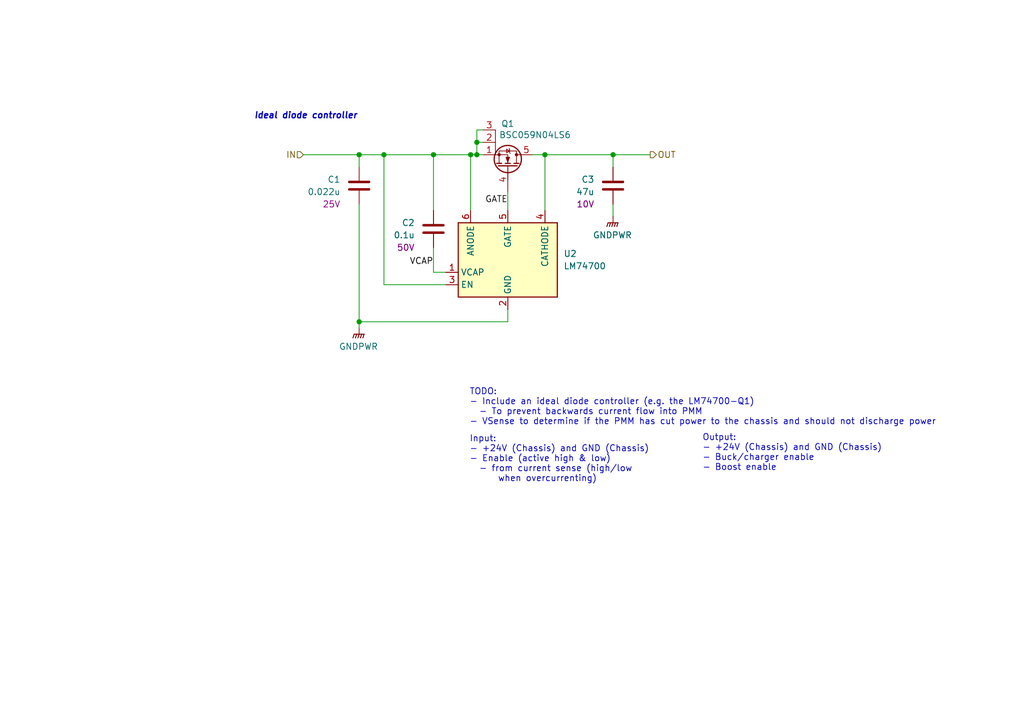
<source format=kicad_sch>
(kicad_sch (version 20250114) (generator "eeschema") (generator_version "9.0")
  (paper "A5")
  (title_block (title "Ideal Diode + VSense") (date "2025-05-23") (rev "1") (company "UT Robomaster") (comment 1 "Robomaster"))
  (lib_symbols
    (symbol "Device:C" (pin_numbers (hide yes)) (pin_names (offset 0.254))
      (property "Reference" "C" (at 0.635 2.54 0))
      (property "Value" "C" (at 0.635 -2.54 0))
      (symbol "C_0_1"
        (polyline (pts (xy -2.032 0.762) (xy 2.032 0.762)) (stroke (width 0.508)))
        (polyline (pts (xy -2.032 -0.762) (xy 2.032 -0.762)) (stroke (width 0.508)))
      )
      (symbol "C_1_1"
        (pin passive line (at 0 3.81 270) (length 2.794) (name "~") (number "1"))
        (pin passive line (at 0 -3.81 90) (length 2.794) (name "~") (number "2"))
      )
    )
    (symbol "Device:Q_NMOS_SGD" (pin_names (offset 0) (hide yes))
      (property "Reference" "Q1" (at 8.89 0 90))
      (property "Value" "NVMFS5C404NL" (at 6.35 0 90))
      (symbol "Q_NMOS_SGD_0_1"
        (polyline (pts (xy 0.254 1.905) (xy 0.254 -1.905)) (stroke (width 0.254)))
        (polyline (pts (xy 0.254 0) (xy -2.54 0)))
        (polyline (pts (xy 0.762 2.286) (xy 0.762 1.27)) (stroke (width 0.254)))
        (polyline (pts (xy 0.762 0.508) (xy 0.762 -0.508)) (stroke (width 0.254)))
        (polyline (pts (xy 0.762 -1.27) (xy 0.762 -2.286)) (stroke (width 0.254)))
        (polyline (pts (xy 0.762 -1.778) (xy 3.302 -1.778) (xy 3.302 1.778) (xy 0.762 1.778)))
        (polyline (pts (xy 1.016 0) (xy 2.032 0.381) (xy 2.032 -0.381) (xy 1.016 0)) (fill (type outline)))
        (circle (center 1.651 0) (radius 2.794) (stroke (width 0.254)))
        (polyline (pts (xy 2.54 2.54) (xy 2.54 1.778)))
        (circle (center 2.54 1.778) (radius 0.254) (fill (type outline)))
        (circle (center 2.54 -1.778) (radius 0.254) (fill (type outline)))
        (polyline (pts (xy 2.54 -2.54) (xy 2.54 0) (xy 0.762 0)))
        (polyline (pts (xy 2.794 0.508) (xy 2.921 0.381) (xy 3.683 0.381) (xy 3.81 0.254)))
        (polyline (pts (xy 3.302 0.381) (xy 2.921 -0.254) (xy 3.683 -0.254) (xy 3.302 0.381)))
        (polyline (pts (xy 7.62 -2.54) (xy 2.54 -2.54)))
      )
      (symbol "Q_NMOS_SGD_1_1"
        (pin input line (at -5.08 0 0) (length 5.08) (name "G") (number "4"))
        (pin passive line (at 2.54 5.08 270) (length 2.54) (name "D") (number "5"))
        (pin passive line (at 2.54 -5.08 90) (length 2.54) (name "S") (number "1"))
        (pin passive line (at 5.08 -5.08 90) (length 2.54) (name "S") (number "2"))
        (pin passive line (at 7.62 -5.08 90) (length 2.54) (name "S") (number "3"))
      )
    )
    (symbol "Power_Management:LM74700"
      (property "Reference" "U" (at -9.525 -8.89 0))
      (property "Value" "LM74700" (at 7.62 -8.89 0))
      (symbol "LM74700_0_1"
        (rectangle (start -10.16 7.62) (end 10.16 -7.62) (stroke (width 0.254)) (fill (type background)))
      )
      (symbol "LM74700_1_1"
        (pin passive line (at -12.7 -2.54 0) (length 2.54) (name "VCAP") (number "1"))
        (pin input line (at -12.7 -5.08 0) (length 2.54) (name "EN") (number "3"))
        (pin power_in line (at -7.62 10.16 270) (length 2.54) (name "ANODE") (number "6"))
        (pin output line (at 0 10.16 270) (length 2.54) (name "GATE") (number "5"))
        (pin power_in line (at 0 -10.16 90) (length 2.54) (name "GND") (number "2"))
        (pin input line (at 7.62 10.16 270) (length 2.54) (name "CATHODE") (number "4"))
      )
    )
    (symbol "power:GNDPWR" (power) (pin_numbers (hide yes)) (pin_names (offset 0) (hide yes))
      (property "Value" "GNDPWR" (at 0 -3.302 0))
      (symbol "GNDPWR_0_1"
        (polyline (pts (xy -1.016 -1.27) (xy -1.27 -2.032) (xy -1.27 -2.032)) (stroke (width 0.2032)))
        (polyline (pts (xy -0.508 -1.27) (xy -0.762 -2.032) (xy -0.762 -2.032)) (stroke (width 0.2032)))
        (polyline (pts (xy 0 -1.27) (xy 0 0)))
        (polyline (pts (xy 0 -1.27) (xy -0.254 -2.032) (xy -0.254 -2.032)) (stroke (width 0.2032)))
        (polyline (pts (xy 0.508 -1.27) (xy 0.254 -2.032) (xy 0.254 -2.032)) (stroke (width 0.2032)))
        (polyline (pts (xy 1.016 -1.27) (xy -1.016 -1.27) (xy -1.016 -1.27)) (stroke (width 0.2032)))
        (polyline (pts (xy 1.016 -1.27) (xy 0.762 -2.032) (xy 0.762 -2.032) (xy 0.762 -2.032)) (stroke (width 0.2032)))
      )
      (symbol "GNDPWR_1_1"
        (pin power_in line (at 0 0 270) (length 0) (name "~") (number "1"))
      )
    )
  )
  (text "Input:\n- +24V (Chassis) and GND (Chassis)\n- Enable (active high & low)\n  - from current sense (high/low \n      when overcurrenting)" (at 96.266 89.408 0) (effects (font (size 1.27 1.27)) (justify left top)))
  (text "Ideal diode controller" (at 52.07 23.114 0) (effects (font (size 1.27 1.27) (thickness 0.254) (bold yes) (italic yes)) (justify left top)))
  (text "Output:\n- +24V (Chassis) and GND (Chassis)\n- Buck/charger enable\n- Boost enable" (at 144.018 89.154 0) (effects (font (size 1.27 1.27)) (justify left top)))
  (text "TODO:\n- Include an ideal diode controller (e.g. the LM74700-Q1)\n  - To prevent backwards current flow into PMM\n- VSense to determine if the PMM has cut power to the chassis and should not discharge power" (at 96.266 79.756 0) (effects (font (size 1.27 1.27)) (justify left top)))
  (junction (at 97.79 29.21))
  (junction (at 73.66 66.04))
  (junction (at 88.9 31.75))
  (junction (at 97.79 31.75))
  (junction (at 78.74 31.75))
  (junction (at 73.66 31.75))
  (junction (at 96.52 31.75))
  (junction (at 111.76 31.75))
  (junction (at 125.73 31.75))
  (wire (pts (xy 73.66 66.04) (xy 104.14 66.04)))
  (wire (pts (xy 73.66 66.04) (xy 73.66 67.31)))
  (wire (pts (xy 99.06 26.67) (xy 97.79 26.67)))
  (wire (pts (xy 111.76 31.75) (xy 111.76 43.18)))
  (wire (pts (xy 111.76 31.75) (xy 125.73 31.75)))
  (wire (pts (xy 125.73 31.75) (xy 133.35 31.75)))
  (wire (pts (xy 73.66 41.91) (xy 73.66 66.04)))
  (wire (pts (xy 104.14 63.5) (xy 104.14 66.04)))
  (wire (pts (xy 88.9 31.75) (xy 96.52 31.75)))
  (wire (pts (xy 78.74 31.75) (xy 88.9 31.75)))
  (wire (pts (xy 88.9 55.88) (xy 91.44 55.88)))
  (wire (pts (xy 125.73 31.75) (xy 125.73 34.29)))
  (wire (pts (xy 78.74 58.42) (xy 78.74 31.75)))
  (wire (pts (xy 96.52 31.75) (xy 97.79 31.75)))
  (wire (pts (xy 109.22 31.75) (xy 111.76 31.75)))
  (wire (pts (xy 88.9 50.8) (xy 88.9 55.88)))
  (wire (pts (xy 125.73 41.91) (xy 125.73 44.45)))
  (wire (pts (xy 97.79 26.67) (xy 97.79 29.21)))
  (wire (pts (xy 99.06 29.21) (xy 97.79 29.21)))
  (wire (pts (xy 88.9 31.75) (xy 88.9 43.18)))
  (wire (pts (xy 62.23 31.75) (xy 73.66 31.75)))
  (wire (pts (xy 96.52 31.75) (xy 96.52 43.18)))
  (wire (pts (xy 78.74 58.42) (xy 91.44 58.42)))
  (wire (pts (xy 97.79 31.75) (xy 99.06 31.75)))
  (wire (pts (xy 73.66 31.75) (xy 78.74 31.75)))
  (wire (pts (xy 104.14 39.37) (xy 104.14 43.18)))
  (wire (pts (xy 97.79 29.21) (xy 97.79 31.75)))
  (wire (pts (xy 73.66 31.75) (xy 73.66 34.29)))
  (label "VCAP" (at 88.9 54.61 180) (effects (font (thickness 0.1588))))
  (label "GATE" (at 104.14 41.91 180))
  (hierarchical_label "IN" (shape input) (at 62.23 31.75 180))
  (hierarchical_label "OUT" (shape output) (at 133.35 31.75 0))
  (symbol (lib_id "Device:C") (at 125.73 38.1 0) (mirror y) (unit 1)
    (property "Reference" "C3" (at 121.92 36.8299 0) (effects (justify left)))
    (property "Value" "47u" (at 121.92 39.3699 0) (effects (justify left)))
    (property "Footprint" "Capacitor_SMD:C_1206_3216Metric_Pad1.33x1.80mm_HandSolder" (effects (hide yes)))
    (property "Description" "Unpolarized capacitor" (effects (hide yes)))
    (property "Mouser Part Number" "81-GRM31CR61A476ME5K" (effects (hide yes)))
    (property "Voltage Rating" "10V" (at 121.92 41.91 0) (effects (justify left)))
    (instances (project "Ideal Diode Rev1" (path "" (reference "C3") (unit 1))) (project "Ideal Diode Rev1" (path "" (reference "C78") (unit 1))) (project "Ideal Diode Rev1" (path "" (reference "C3") (unit 1))))
  )
  (symbol (lib_id "Device:C") (at 73.66 38.1 0) (mirror y) (unit 1)
    (property "Reference" "C1" (at 69.85 36.8299 0) (effects (justify left)))
    (property "Value" "0.022u" (at 69.85 39.3699 0) (effects (justify left)))
    (property "Footprint" "Capacitor_SMD:C_0603_1608Metric_Pad1.08x0.95mm_HandSolder" (effects (hide yes)))
    (property "Description" "Unpolarized capacitor" (effects (hide yes)))
    (property "Mouser Part Number" "710-885012206067" (effects (hide yes)))
    (property "Voltage Rating" "25V" (at 69.85 41.91 0) (effects (justify left)))
    (instances (project "Ideal Diode Rev1" (path "" (reference "C1") (unit 1))) (project "Ideal Diode Rev1" (path "" (reference "C77") (unit 1))) (project "Ideal Diode Rev1" (path "" (reference "C1") (unit 1))))
  )
  (symbol (lib_id "power:GNDPWR") (at 73.66 67.31 0) (unit 1)
    (property "Reference" "#PWR0107" (effects (hide yes)))
    (property "Value" "GNDPWR" (at 73.533 71.12 0))
    (property "Description" "Power symbol creates a global label with name \"GNDPWR\" , global ground" (effects (hide yes)))
    (instances (project "Ideal Diode Rev1" (path "" (reference "#PWR0107") (unit 1))) (project "Ideal Diode Rev1" (path "" (reference "#PWR0104") (unit 1))) (project "Ideal Diode Rev1" (path "" (reference "#PWR0107") (unit 1))))
  )
  (symbol (lib_id "Device:C") (at 88.9 46.99 0) (mirror y) (unit 1)
    (property "Reference" "C2" (at 85.09 45.7199 0) (effects (justify left)))
    (property "Value" "0.1u" (at 85.09 48.2599 0) (effects (justify left)))
    (property "Footprint" "Capacitor_SMD:C_0603_1608Metric_Pad1.08x0.95mm_HandSolder" (effects (hide yes)))
    (property "Datasheet" "https://www.mouser.com/datasheet/2/40/KGM_X7R-3223212.pdf" (effects (hide yes)))
    (property "Description" "Unpolarized capacitor" (effects (hide yes)))
    (property "Mouser Part Number" "581-KGM15BR71H104JT" (effects (hide yes)))
    (property "Voltage Rating" "50V" (at 85.09 50.8 0) (effects (justify left)))
    (instances (project "Ideal Diode Rev1" (path "" (reference "C2") (unit 1))) (project "Ideal Diode Rev1" (path "" (reference "C79") (unit 1))) (project "Ideal Diode Rev1" (path "" (reference "C2") (unit 1))))
  )
  (symbol (lib_id "Device:Q_NMOS_SGD") (at 104.14 34.29 270) (mirror x) (unit 1)
    (property "Reference" "Q1" (at 104.14 25.4 90))
    (property "Value" "BSC059N04LS6" (at 109.728 27.686 90))
    (property "Footprint" "Package_SON:Infineon_PG-TDSON-8_6.15x5.15mm" (effects (hide yes)))
    (property "Datasheet" "https://www.mouser.com/datasheet/2/196/Infineon_BSC059N04LS6_DataSheet_v02_01_EN-3360636.pdf" (effects (hide yes)))
    (property "Description" "N-MOSFET transistor, source/gate/drain" (effects (hide yes)))
    (property "Mouser Part Number" "726-BSC059N04LS6ATMA" (effects (hide yes)))
    (instances (project "Ideal Diode Rev1" (path "" (reference "Q1") (unit 1))) (project "Ideal Diode Rev1" (path "" (reference "Q11") (unit 1))) (project "Ideal Diode Rev1" (path "" (reference "Q1") (unit 1))))
  )
  (symbol (lib_id "Power_Management:LM74700") (at 104.14 53.34 0) (unit 1)
    (property "Reference" "U2" (at 115.57 52.0699 0) (effects (justify left)))
    (property "Value" "LM74700" (at 115.57 54.6099 0) (effects (justify left)))
    (property "Footprint" "Package_TO_SOT_SMD:SOT-23-6_Handsoldering" (effects (hide yes)))
    (property "Datasheet" "http://www.ti.com/lit/gpn/LM74700-Q1" (effects (hide yes)))
    (property "Description" "Low Iq reverse battery protection ideal diode controller, SOT-23-6" (effects (hide yes)))
    (property "Mouser Part Number" "595-LM74700QDBVRQ1" (effects (hide yes)))
    (instances (project "Ideal Diode Rev1" (path "" (reference "U2") (unit 1))) (project "Ideal Diode Rev1" (path "" (reference "U18") (unit 1))) (project "Ideal Diode Rev1" (path "" (reference "U2") (unit 1))))
  )
  (symbol (lib_id "power:GNDPWR") (at 125.73 44.45 0) (unit 1)
    (property "Reference" "#PWR0104" (effects (hide yes)))
    (property "Value" "GNDPWR" (at 125.603 48.26 0))
    (property "Description" "Power symbol creates a global label with name \"GNDPWR\" , global ground" (effects (hide yes)))
    (instances (project "Ideal Diode Rev1" (path "" (reference "#PWR0104") (unit 1))) (project "Ideal Diode Rev1" (path "" (reference "#PWR0103") (unit 1))) (project "Ideal Diode Rev1" (path "" (reference "#PWR0104") (unit 1))))
  )
)
</source>
